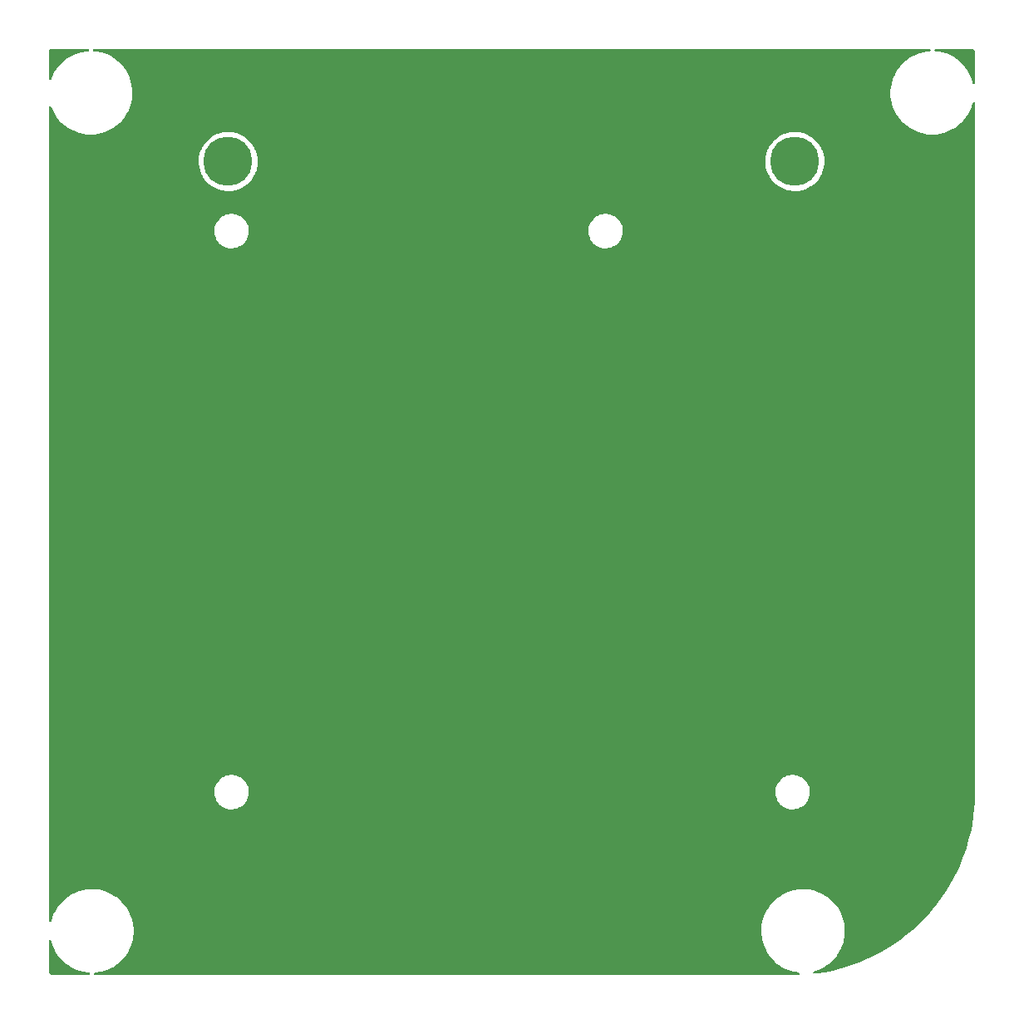
<source format=gbl>
%TF.GenerationSoftware,KiCad,Pcbnew,(5.99.0-12610-g07e01e6297)*%
%TF.CreationDate,2021-10-01T22:51:38+01:00*%
%TF.ProjectId,Envoy-Backplate,456e766f-792d-4426-9163-6b706c617465,rev?*%
%TF.SameCoordinates,Original*%
%TF.FileFunction,Copper,L2,Bot*%
%TF.FilePolarity,Positive*%
%FSLAX46Y46*%
G04 Gerber Fmt 4.6, Leading zero omitted, Abs format (unit mm)*
G04 Created by KiCad (PCBNEW (5.99.0-12610-g07e01e6297)) date 2021-10-01 22:51:38*
%MOMM*%
%LPD*%
G01*
G04 APERTURE LIST*
%TA.AperFunction,ComponentPad*%
%ADD10C,5.000000*%
%TD*%
G04 APERTURE END LIST*
D10*
%TO.P,H5,1*%
%TO.N,N/C*%
X111599000Y-78294000D03*
%TD*%
%TO.P,H6,1*%
%TO.N,N/C*%
X169325000Y-78294000D03*
%TD*%
%TA.AperFunction,NonConductor*%
G36*
X97366900Y-66822002D02*
G01*
X97413393Y-66875658D01*
X97423497Y-66945932D01*
X97394003Y-67010512D01*
X97334277Y-67048896D01*
X97308665Y-67053612D01*
X97065730Y-67072732D01*
X96670840Y-67141651D01*
X96667969Y-67142437D01*
X96667962Y-67142438D01*
X96287053Y-67246643D01*
X96287043Y-67246646D01*
X96284189Y-67247427D01*
X96281425Y-67248471D01*
X96281414Y-67248475D01*
X95911981Y-67388072D01*
X95909208Y-67389120D01*
X95549225Y-67565474D01*
X95207437Y-67774922D01*
X94886876Y-68015606D01*
X94590389Y-68285389D01*
X94320606Y-68581876D01*
X94318824Y-68584249D01*
X94318821Y-68584253D01*
X94111139Y-68860860D01*
X94079922Y-68902437D01*
X93870474Y-69244225D01*
X93694120Y-69604208D01*
X93693073Y-69606978D01*
X93693072Y-69606981D01*
X93588866Y-69882756D01*
X93546076Y-69939409D01*
X93479450Y-69963934D01*
X93410142Y-69948546D01*
X93360155Y-69898129D01*
X93345000Y-69838218D01*
X93345000Y-67105329D01*
X93346500Y-67085944D01*
X93348805Y-67071142D01*
X93348805Y-67071140D01*
X93350186Y-67062271D01*
X93349022Y-67053371D01*
X93349132Y-67044395D01*
X93349950Y-67044405D01*
X93350241Y-67022914D01*
X93354310Y-66997222D01*
X93366492Y-66959730D01*
X93384451Y-66924483D01*
X93407623Y-66892590D01*
X93435590Y-66864623D01*
X93467483Y-66841451D01*
X93502730Y-66823492D01*
X93540221Y-66811310D01*
X93565059Y-66807376D01*
X93584768Y-66805946D01*
X93592731Y-66807186D01*
X93624253Y-66803064D01*
X93640590Y-66802000D01*
X97298779Y-66802000D01*
X97366900Y-66822002D01*
G37*
%TD.AperFunction*%
%TA.AperFunction,NonConductor*%
G36*
X187295057Y-66803500D02*
G01*
X187309858Y-66805805D01*
X187309861Y-66805805D01*
X187318730Y-66807186D01*
X187327633Y-66806022D01*
X187336608Y-66806131D01*
X187336605Y-66806339D01*
X187358029Y-66806348D01*
X187365838Y-66807376D01*
X187407164Y-66812817D01*
X187438934Y-66821330D01*
X187440558Y-66822002D01*
X187500174Y-66846696D01*
X187528659Y-66863142D01*
X187581247Y-66903494D01*
X187604506Y-66926753D01*
X187644858Y-66979341D01*
X187661304Y-67007826D01*
X187686670Y-67069064D01*
X187695183Y-67100836D01*
X187701170Y-67146309D01*
X187702239Y-67164294D01*
X187702196Y-67167858D01*
X187700814Y-67176730D01*
X187703274Y-67195539D01*
X187704936Y-67208251D01*
X187706000Y-67224589D01*
X187706000Y-70271654D01*
X187685998Y-70339775D01*
X187632342Y-70386268D01*
X187562068Y-70396372D01*
X187497488Y-70366878D01*
X187457481Y-70301068D01*
X187411568Y-70109824D01*
X187411566Y-70109817D01*
X187410876Y-70106943D01*
X187281031Y-69727697D01*
X187116071Y-69362353D01*
X186917462Y-69014154D01*
X186915759Y-69011731D01*
X186915754Y-69011723D01*
X186688678Y-68688625D01*
X186688674Y-68688620D01*
X186686967Y-68686191D01*
X186426630Y-68381376D01*
X186327579Y-68285389D01*
X186140901Y-68104485D01*
X186140892Y-68104477D01*
X186138762Y-68102413D01*
X185825920Y-67851779D01*
X185706551Y-67773368D01*
X185493355Y-67633324D01*
X185493348Y-67633320D01*
X185490879Y-67631698D01*
X185488268Y-67630316D01*
X185488262Y-67630312D01*
X185139237Y-67445514D01*
X185136614Y-67444125D01*
X184766269Y-67290723D01*
X184763446Y-67289855D01*
X184763439Y-67289852D01*
X184385968Y-67173727D01*
X184385966Y-67173727D01*
X184383130Y-67172854D01*
X184380227Y-67172253D01*
X184380220Y-67172251D01*
X183993519Y-67092169D01*
X183993509Y-67092167D01*
X183990600Y-67091565D01*
X183917462Y-67083490D01*
X183643448Y-67053239D01*
X183577934Y-67025883D01*
X183537610Y-66967449D01*
X183535278Y-66896491D01*
X183571680Y-66835536D01*
X183635258Y-66803939D01*
X183657275Y-66802000D01*
X187275672Y-66802000D01*
X187295057Y-66803500D01*
G37*
%TD.AperFunction*%
%TA.AperFunction,NonConductor*%
G36*
X183092900Y-66822002D02*
G01*
X183139393Y-66875658D01*
X183149497Y-66945932D01*
X183120003Y-67010512D01*
X183060277Y-67048896D01*
X183034665Y-67053612D01*
X182791730Y-67072732D01*
X182396840Y-67141651D01*
X182393969Y-67142437D01*
X182393962Y-67142438D01*
X182013053Y-67246643D01*
X182013043Y-67246646D01*
X182010189Y-67247427D01*
X182007425Y-67248471D01*
X182007414Y-67248475D01*
X181637981Y-67388072D01*
X181635208Y-67389120D01*
X181275225Y-67565474D01*
X180933437Y-67774922D01*
X180612876Y-68015606D01*
X180316389Y-68285389D01*
X180046606Y-68581876D01*
X180044824Y-68584249D01*
X180044821Y-68584253D01*
X179837139Y-68860860D01*
X179805922Y-68902437D01*
X179596474Y-69244225D01*
X179420120Y-69604208D01*
X179419073Y-69606978D01*
X179419072Y-69606981D01*
X179279475Y-69976414D01*
X179279471Y-69976425D01*
X179278427Y-69979189D01*
X179277646Y-69982043D01*
X179277643Y-69982053D01*
X179173438Y-70362962D01*
X179172651Y-70365840D01*
X179103732Y-70760730D01*
X179072280Y-71160353D01*
X179078577Y-71561162D01*
X179122565Y-71959600D01*
X179123167Y-71962509D01*
X179123169Y-71962519D01*
X179182828Y-72250601D01*
X179203854Y-72352130D01*
X179204727Y-72354966D01*
X179204727Y-72354968D01*
X179320851Y-72732433D01*
X179321723Y-72735269D01*
X179475125Y-73105614D01*
X179662698Y-73459879D01*
X179882779Y-73794920D01*
X180133413Y-74107762D01*
X180135477Y-74109892D01*
X180135485Y-74109901D01*
X180378227Y-74360391D01*
X180412376Y-74395630D01*
X180717191Y-74655967D01*
X180719620Y-74657674D01*
X180719625Y-74657678D01*
X181042723Y-74884754D01*
X181042731Y-74884759D01*
X181045154Y-74886462D01*
X181047728Y-74887930D01*
X181390777Y-75083602D01*
X181390782Y-75083605D01*
X181393353Y-75085071D01*
X181758697Y-75250031D01*
X182137943Y-75379876D01*
X182140817Y-75380566D01*
X182140824Y-75380568D01*
X182303352Y-75419587D01*
X182527726Y-75473454D01*
X182530658Y-75473871D01*
X182530667Y-75473873D01*
X182921648Y-75529518D01*
X182921651Y-75529518D01*
X182924586Y-75529936D01*
X182927551Y-75530076D01*
X182927553Y-75530076D01*
X183322031Y-75548679D01*
X183325000Y-75548819D01*
X183327969Y-75548679D01*
X183722447Y-75530076D01*
X183722449Y-75530076D01*
X183725414Y-75529936D01*
X183728349Y-75529518D01*
X183728352Y-75529518D01*
X184119333Y-75473873D01*
X184119342Y-75473871D01*
X184122274Y-75473454D01*
X184346648Y-75419587D01*
X184509176Y-75380568D01*
X184509183Y-75380566D01*
X184512057Y-75379876D01*
X184891303Y-75250031D01*
X185256647Y-75085071D01*
X185259218Y-75083605D01*
X185259223Y-75083602D01*
X185602272Y-74887930D01*
X185604846Y-74886462D01*
X185607269Y-74884759D01*
X185607277Y-74884754D01*
X185930375Y-74657678D01*
X185930380Y-74657674D01*
X185932809Y-74655967D01*
X186237624Y-74395630D01*
X186271773Y-74360391D01*
X186514515Y-74109901D01*
X186514523Y-74109892D01*
X186516587Y-74107762D01*
X186767221Y-73794920D01*
X186987302Y-73459879D01*
X187174875Y-73105614D01*
X187328277Y-72735269D01*
X187329150Y-72732433D01*
X187445273Y-72354968D01*
X187445273Y-72354966D01*
X187446146Y-72352130D01*
X187456618Y-72301563D01*
X187490019Y-72238913D01*
X187551988Y-72204267D01*
X187622850Y-72208624D01*
X187680108Y-72250601D01*
X187705583Y-72316870D01*
X187706000Y-72327114D01*
X187706000Y-142444672D01*
X187704500Y-142464056D01*
X187700814Y-142487730D01*
X187704114Y-142512965D01*
X187705144Y-142532116D01*
X187703216Y-142618041D01*
X187689098Y-143247126D01*
X187687266Y-143328739D01*
X187687013Y-143334380D01*
X187669744Y-143590524D01*
X187631034Y-144164657D01*
X187630527Y-144170288D01*
X187537358Y-144997191D01*
X187536602Y-145002772D01*
X187406423Y-145824696D01*
X187405415Y-145830250D01*
X187388456Y-145913078D01*
X187238498Y-146645466D01*
X187237244Y-146650962D01*
X187033916Y-147457892D01*
X187032412Y-147463343D01*
X186793082Y-148260348D01*
X186791334Y-148265725D01*
X186516502Y-149051150D01*
X186514515Y-149056444D01*
X186204718Y-149828757D01*
X186202500Y-149833946D01*
X186113941Y-150028917D01*
X185858363Y-150591590D01*
X185855910Y-150596685D01*
X185478116Y-151338146D01*
X185475436Y-151343125D01*
X185064778Y-152066855D01*
X185061878Y-152071709D01*
X184619152Y-152776302D01*
X184616037Y-152781021D01*
X184193568Y-153390821D01*
X184142159Y-153465025D01*
X184138841Y-153469593D01*
X183764490Y-153961253D01*
X183634713Y-154131697D01*
X183631187Y-154136117D01*
X183097905Y-154774886D01*
X183094185Y-154779144D01*
X182532761Y-155393367D01*
X182528853Y-155397454D01*
X181940454Y-155985853D01*
X181936367Y-155989761D01*
X181322144Y-156551185D01*
X181317886Y-156554905D01*
X180679117Y-157088187D01*
X180674698Y-157091712D01*
X180034192Y-157579396D01*
X180012600Y-157595836D01*
X180008032Y-157599154D01*
X179816326Y-157731968D01*
X179324021Y-158073037D01*
X179319302Y-158076152D01*
X178614709Y-158518878D01*
X178609856Y-158521778D01*
X178059144Y-158834262D01*
X177886125Y-158932436D01*
X177881150Y-158935114D01*
X177139671Y-159312917D01*
X177134604Y-159315356D01*
X176376946Y-159659500D01*
X176371766Y-159661714D01*
X176100567Y-159770500D01*
X175599444Y-159971515D01*
X175594150Y-159973502D01*
X175429722Y-160031038D01*
X174808716Y-160248337D01*
X174803357Y-160250079D01*
X174006343Y-160489412D01*
X174000895Y-160490915D01*
X173193962Y-160694244D01*
X173188483Y-160695494D01*
X172373250Y-160862415D01*
X172367705Y-160863421D01*
X171545772Y-160993602D01*
X171540208Y-160994356D01*
X171346219Y-161016213D01*
X171276287Y-161003963D01*
X171224079Y-160955851D01*
X171206171Y-160887150D01*
X171228248Y-160819673D01*
X171283301Y-160774844D01*
X171302698Y-160768486D01*
X171348176Y-160757568D01*
X171348183Y-160757566D01*
X171351057Y-160756876D01*
X171730303Y-160627031D01*
X172095647Y-160462071D01*
X172098218Y-160460605D01*
X172098223Y-160460602D01*
X172441272Y-160264930D01*
X172443846Y-160263462D01*
X172446269Y-160261759D01*
X172446277Y-160261754D01*
X172769375Y-160034678D01*
X172769380Y-160034674D01*
X172771809Y-160032967D01*
X173076624Y-159772630D01*
X173184105Y-159661718D01*
X173353515Y-159486901D01*
X173353523Y-159486892D01*
X173355587Y-159484762D01*
X173606221Y-159171920D01*
X173653389Y-159100113D01*
X173824676Y-158839355D01*
X173824680Y-158839348D01*
X173826302Y-158836879D01*
X174013875Y-158482614D01*
X174167277Y-158112269D01*
X174179347Y-158073037D01*
X174284273Y-157731968D01*
X174284273Y-157731966D01*
X174285146Y-157729130D01*
X174304434Y-157635993D01*
X174365831Y-157339519D01*
X174365833Y-157339509D01*
X174366435Y-157336600D01*
X174410423Y-156938162D01*
X174410500Y-156935709D01*
X174410501Y-156935696D01*
X174418741Y-156673468D01*
X174418819Y-156671000D01*
X174399936Y-156270586D01*
X174380613Y-156134815D01*
X174343873Y-155876667D01*
X174343871Y-155876658D01*
X174343454Y-155873726D01*
X174249876Y-155483943D01*
X174120031Y-155104697D01*
X173955071Y-154739353D01*
X173756462Y-154391154D01*
X173754759Y-154388731D01*
X173754754Y-154388723D01*
X173527678Y-154065625D01*
X173527674Y-154065620D01*
X173525967Y-154063191D01*
X173265630Y-153758376D01*
X173166579Y-153662389D01*
X172979901Y-153481485D01*
X172979892Y-153481477D01*
X172977762Y-153479413D01*
X172965514Y-153469600D01*
X172667240Y-153230638D01*
X172664920Y-153228779D01*
X172428167Y-153073261D01*
X172332355Y-153010324D01*
X172332348Y-153010320D01*
X172329879Y-153008698D01*
X172327268Y-153007316D01*
X172327262Y-153007312D01*
X171978237Y-152822514D01*
X171975614Y-152821125D01*
X171605269Y-152667723D01*
X171602446Y-152666855D01*
X171602439Y-152666852D01*
X171224968Y-152550727D01*
X171224966Y-152550727D01*
X171222130Y-152549854D01*
X171219227Y-152549253D01*
X171219220Y-152549251D01*
X170832519Y-152469169D01*
X170832509Y-152469167D01*
X170829600Y-152468565D01*
X170431162Y-152424577D01*
X170428181Y-152424530D01*
X170428178Y-152424530D01*
X170317935Y-152422798D01*
X170030353Y-152418280D01*
X170027409Y-152418512D01*
X170027399Y-152418512D01*
X169648993Y-152448295D01*
X169630730Y-152449732D01*
X169235840Y-152518651D01*
X169232969Y-152519437D01*
X169232962Y-152519438D01*
X168852053Y-152623643D01*
X168852043Y-152623646D01*
X168849189Y-152624427D01*
X168846425Y-152625471D01*
X168846414Y-152625475D01*
X168476981Y-152765072D01*
X168474208Y-152766120D01*
X168114225Y-152942474D01*
X167772437Y-153151922D01*
X167451876Y-153392606D01*
X167155389Y-153662389D01*
X166885606Y-153958876D01*
X166883824Y-153961249D01*
X166883821Y-153961253D01*
X166755848Y-154131697D01*
X166644922Y-154279437D01*
X166435474Y-154621225D01*
X166259120Y-154981208D01*
X166258073Y-154983978D01*
X166258072Y-154983981D01*
X166118475Y-155353414D01*
X166118471Y-155353425D01*
X166117427Y-155356189D01*
X166116646Y-155359043D01*
X166116643Y-155359053D01*
X166012438Y-155739962D01*
X166011651Y-155742840D01*
X165942732Y-156137730D01*
X165911280Y-156537353D01*
X165917577Y-156938162D01*
X165961565Y-157336600D01*
X165962167Y-157339509D01*
X165962169Y-157339519D01*
X166023566Y-157635993D01*
X166042854Y-157729130D01*
X166043727Y-157731966D01*
X166043727Y-157731968D01*
X166148654Y-158073037D01*
X166160723Y-158112269D01*
X166314125Y-158482614D01*
X166501698Y-158836879D01*
X166503320Y-158839348D01*
X166503324Y-158839355D01*
X166674611Y-159100113D01*
X166721779Y-159171920D01*
X166972413Y-159484762D01*
X166974477Y-159486892D01*
X166974485Y-159486901D01*
X167143895Y-159661718D01*
X167251376Y-159772630D01*
X167556191Y-160032967D01*
X167558620Y-160034674D01*
X167558625Y-160034678D01*
X167881723Y-160261754D01*
X167881731Y-160261759D01*
X167884154Y-160263462D01*
X167886728Y-160264930D01*
X168229777Y-160460602D01*
X168229782Y-160460605D01*
X168232353Y-160462071D01*
X168597697Y-160627031D01*
X168976943Y-160756876D01*
X168979817Y-160757566D01*
X168979824Y-160757568D01*
X169181327Y-160805944D01*
X169366726Y-160850454D01*
X169369658Y-160850871D01*
X169369667Y-160850873D01*
X169699138Y-160897764D01*
X169763761Y-160927165D01*
X169802229Y-160986836D01*
X169802331Y-161057833D01*
X169764032Y-161117614D01*
X169699493Y-161147199D01*
X169684217Y-161148474D01*
X169281283Y-161157518D01*
X169082766Y-161161973D01*
X169060554Y-161160505D01*
X169052144Y-161159195D01*
X169052138Y-161159195D01*
X169043270Y-161157814D01*
X169034368Y-161158978D01*
X169034365Y-161158978D01*
X169011749Y-161161936D01*
X168995411Y-161163000D01*
X98043203Y-161163000D01*
X97975082Y-161142998D01*
X97928589Y-161089342D01*
X97918485Y-161019068D01*
X97947979Y-160954488D01*
X98007705Y-160916104D01*
X98037268Y-160911140D01*
X98123447Y-160907076D01*
X98123449Y-160907076D01*
X98126414Y-160906936D01*
X98129349Y-160906518D01*
X98129352Y-160906518D01*
X98520333Y-160850873D01*
X98520342Y-160850871D01*
X98523274Y-160850454D01*
X98708673Y-160805944D01*
X98910176Y-160757568D01*
X98910183Y-160757566D01*
X98913057Y-160756876D01*
X99292303Y-160627031D01*
X99657647Y-160462071D01*
X99660218Y-160460605D01*
X99660223Y-160460602D01*
X100003272Y-160264930D01*
X100005846Y-160263462D01*
X100008269Y-160261759D01*
X100008277Y-160261754D01*
X100331375Y-160034678D01*
X100331380Y-160034674D01*
X100333809Y-160032967D01*
X100638624Y-159772630D01*
X100746105Y-159661718D01*
X100915515Y-159486901D01*
X100915523Y-159486892D01*
X100917587Y-159484762D01*
X101168221Y-159171920D01*
X101215389Y-159100113D01*
X101386676Y-158839355D01*
X101386680Y-158839348D01*
X101388302Y-158836879D01*
X101575875Y-158482614D01*
X101729277Y-158112269D01*
X101741347Y-158073037D01*
X101846273Y-157731968D01*
X101846273Y-157731966D01*
X101847146Y-157729130D01*
X101866434Y-157635993D01*
X101927831Y-157339519D01*
X101927833Y-157339509D01*
X101928435Y-157336600D01*
X101972423Y-156938162D01*
X101972500Y-156935709D01*
X101972501Y-156935696D01*
X101980741Y-156673468D01*
X101980819Y-156671000D01*
X101961936Y-156270586D01*
X101942613Y-156134815D01*
X101905873Y-155876667D01*
X101905871Y-155876658D01*
X101905454Y-155873726D01*
X101811876Y-155483943D01*
X101682031Y-155104697D01*
X101517071Y-154739353D01*
X101318462Y-154391154D01*
X101316759Y-154388731D01*
X101316754Y-154388723D01*
X101089678Y-154065625D01*
X101089674Y-154065620D01*
X101087967Y-154063191D01*
X100827630Y-153758376D01*
X100728579Y-153662389D01*
X100541901Y-153481485D01*
X100541892Y-153481477D01*
X100539762Y-153479413D01*
X100527514Y-153469600D01*
X100229240Y-153230638D01*
X100226920Y-153228779D01*
X99990167Y-153073261D01*
X99894355Y-153010324D01*
X99894348Y-153010320D01*
X99891879Y-153008698D01*
X99889268Y-153007316D01*
X99889262Y-153007312D01*
X99540237Y-152822514D01*
X99537614Y-152821125D01*
X99167269Y-152667723D01*
X99164446Y-152666855D01*
X99164439Y-152666852D01*
X98786968Y-152550727D01*
X98786966Y-152550727D01*
X98784130Y-152549854D01*
X98781227Y-152549253D01*
X98781220Y-152549251D01*
X98394519Y-152469169D01*
X98394509Y-152469167D01*
X98391600Y-152468565D01*
X97993162Y-152424577D01*
X97990181Y-152424530D01*
X97990178Y-152424530D01*
X97879935Y-152422798D01*
X97592353Y-152418280D01*
X97589409Y-152418512D01*
X97589399Y-152418512D01*
X97210993Y-152448295D01*
X97192730Y-152449732D01*
X96797840Y-152518651D01*
X96794969Y-152519437D01*
X96794962Y-152519438D01*
X96414053Y-152623643D01*
X96414043Y-152623646D01*
X96411189Y-152624427D01*
X96408425Y-152625471D01*
X96408414Y-152625475D01*
X96038981Y-152765072D01*
X96036208Y-152766120D01*
X95676225Y-152942474D01*
X95334437Y-153151922D01*
X95013876Y-153392606D01*
X94717389Y-153662389D01*
X94447606Y-153958876D01*
X94445824Y-153961249D01*
X94445821Y-153961253D01*
X94317848Y-154131697D01*
X94206922Y-154279437D01*
X93997474Y-154621225D01*
X93821120Y-154981208D01*
X93820073Y-154983978D01*
X93820072Y-154983981D01*
X93680475Y-155353414D01*
X93680471Y-155353425D01*
X93679427Y-155356189D01*
X93678646Y-155359043D01*
X93678643Y-155359053D01*
X93592534Y-155673816D01*
X93555266Y-155734244D01*
X93491244Y-155764931D01*
X93420794Y-155756133D01*
X93366285Y-155710645D01*
X93345000Y-155640568D01*
X93345000Y-142479589D01*
X110187673Y-142479589D01*
X110187897Y-142484255D01*
X110187897Y-142484261D01*
X110189734Y-142522497D01*
X110200213Y-142740658D01*
X110251204Y-142997006D01*
X110339526Y-143243002D01*
X110341742Y-143247126D01*
X110406253Y-143367187D01*
X110463237Y-143473241D01*
X110466032Y-143476984D01*
X110466034Y-143476987D01*
X110616830Y-143678927D01*
X110616835Y-143678933D01*
X110619622Y-143682665D01*
X110622931Y-143685945D01*
X110622936Y-143685951D01*
X110801926Y-143863385D01*
X110805243Y-143866673D01*
X110809005Y-143869431D01*
X110809008Y-143869434D01*
X111012250Y-144018457D01*
X111016024Y-144021224D01*
X111020167Y-144023404D01*
X111020169Y-144023405D01*
X111243184Y-144140739D01*
X111243189Y-144140741D01*
X111247334Y-144142922D01*
X111494090Y-144229094D01*
X111498683Y-144229966D01*
X111746285Y-144276974D01*
X111746288Y-144276974D01*
X111750874Y-144277845D01*
X111881458Y-144282976D01*
X112007375Y-144287924D01*
X112007381Y-144287924D01*
X112012043Y-144288107D01*
X112091477Y-144279407D01*
X112267207Y-144260162D01*
X112267212Y-144260161D01*
X112271860Y-144259652D01*
X112384616Y-144229966D01*
X112520094Y-144194298D01*
X112520096Y-144194297D01*
X112524617Y-144193107D01*
X112577730Y-144170288D01*
X112760472Y-144091775D01*
X112764762Y-144089932D01*
X112987019Y-143952396D01*
X112990582Y-143949379D01*
X112990587Y-143949376D01*
X113182939Y-143786537D01*
X113182940Y-143786536D01*
X113186505Y-143783518D01*
X113278229Y-143678927D01*
X113355757Y-143590524D01*
X113355761Y-143590519D01*
X113358839Y-143587009D01*
X113500233Y-143367187D01*
X113607583Y-143128879D01*
X113678530Y-142877322D01*
X113695332Y-142745246D01*
X113711116Y-142621171D01*
X113711116Y-142621167D01*
X113711514Y-142618041D01*
X113713931Y-142525750D01*
X113710501Y-142479589D01*
X167337673Y-142479589D01*
X167337897Y-142484255D01*
X167337897Y-142484261D01*
X167339734Y-142522497D01*
X167350213Y-142740658D01*
X167401204Y-142997006D01*
X167489526Y-143243002D01*
X167491742Y-143247126D01*
X167556253Y-143367187D01*
X167613237Y-143473241D01*
X167616032Y-143476984D01*
X167616034Y-143476987D01*
X167766830Y-143678927D01*
X167766835Y-143678933D01*
X167769622Y-143682665D01*
X167772931Y-143685945D01*
X167772936Y-143685951D01*
X167951926Y-143863385D01*
X167955243Y-143866673D01*
X167959005Y-143869431D01*
X167959008Y-143869434D01*
X168162250Y-144018457D01*
X168166024Y-144021224D01*
X168170167Y-144023404D01*
X168170169Y-144023405D01*
X168393184Y-144140739D01*
X168393189Y-144140741D01*
X168397334Y-144142922D01*
X168644090Y-144229094D01*
X168648683Y-144229966D01*
X168896285Y-144276974D01*
X168896288Y-144276974D01*
X168900874Y-144277845D01*
X169031458Y-144282976D01*
X169157375Y-144287924D01*
X169157381Y-144287924D01*
X169162043Y-144288107D01*
X169241477Y-144279407D01*
X169417207Y-144260162D01*
X169417212Y-144260161D01*
X169421860Y-144259652D01*
X169534616Y-144229966D01*
X169670094Y-144194298D01*
X169670096Y-144194297D01*
X169674617Y-144193107D01*
X169727730Y-144170288D01*
X169910472Y-144091775D01*
X169914762Y-144089932D01*
X170137019Y-143952396D01*
X170140582Y-143949379D01*
X170140587Y-143949376D01*
X170332939Y-143786537D01*
X170332940Y-143786536D01*
X170336505Y-143783518D01*
X170428229Y-143678927D01*
X170505757Y-143590524D01*
X170505761Y-143590519D01*
X170508839Y-143587009D01*
X170650233Y-143367187D01*
X170757583Y-143128879D01*
X170828530Y-142877322D01*
X170845332Y-142745246D01*
X170861116Y-142621171D01*
X170861116Y-142621167D01*
X170861514Y-142618041D01*
X170863931Y-142525750D01*
X170858861Y-142457523D01*
X170844907Y-142269750D01*
X170844906Y-142269746D01*
X170844561Y-142265098D01*
X170833225Y-142214998D01*
X170787908Y-142014730D01*
X170786877Y-142010173D01*
X170692147Y-141766573D01*
X170562451Y-141539652D01*
X170400638Y-141334393D01*
X170210263Y-141155307D01*
X169995509Y-141006326D01*
X169991316Y-141004258D01*
X169765281Y-140892790D01*
X169765278Y-140892789D01*
X169761093Y-140890725D01*
X169714949Y-140875954D01*
X169516623Y-140812470D01*
X169512165Y-140811043D01*
X169254193Y-140769029D01*
X169140442Y-140767540D01*
X168997522Y-140765669D01*
X168997519Y-140765669D01*
X168992845Y-140765608D01*
X168733862Y-140800854D01*
X168482933Y-140873993D01*
X168478680Y-140875953D01*
X168478679Y-140875954D01*
X168442159Y-140892790D01*
X168245572Y-140983418D01*
X168206567Y-141008991D01*
X168030904Y-141124160D01*
X168030899Y-141124164D01*
X168026991Y-141126726D01*
X167831994Y-141300768D01*
X167664863Y-141501720D01*
X167529271Y-141725169D01*
X167428197Y-141966205D01*
X167363859Y-142219533D01*
X167337673Y-142479589D01*
X113710501Y-142479589D01*
X113708861Y-142457523D01*
X113694907Y-142269750D01*
X113694906Y-142269746D01*
X113694561Y-142265098D01*
X113683225Y-142214998D01*
X113637908Y-142014730D01*
X113636877Y-142010173D01*
X113542147Y-141766573D01*
X113412451Y-141539652D01*
X113250638Y-141334393D01*
X113060263Y-141155307D01*
X112845509Y-141006326D01*
X112841316Y-141004258D01*
X112615281Y-140892790D01*
X112615278Y-140892789D01*
X112611093Y-140890725D01*
X112564949Y-140875954D01*
X112366623Y-140812470D01*
X112362165Y-140811043D01*
X112104193Y-140769029D01*
X111990442Y-140767540D01*
X111847522Y-140765669D01*
X111847519Y-140765669D01*
X111842845Y-140765608D01*
X111583862Y-140800854D01*
X111332933Y-140873993D01*
X111328680Y-140875953D01*
X111328679Y-140875954D01*
X111292159Y-140892790D01*
X111095572Y-140983418D01*
X111056567Y-141008991D01*
X110880904Y-141124160D01*
X110880899Y-141124164D01*
X110876991Y-141126726D01*
X110681994Y-141300768D01*
X110514863Y-141501720D01*
X110379271Y-141725169D01*
X110278197Y-141966205D01*
X110213859Y-142219533D01*
X110187673Y-142479589D01*
X93345000Y-142479589D01*
X93345000Y-85329589D01*
X110187673Y-85329589D01*
X110200213Y-85590658D01*
X110251204Y-85847006D01*
X110339526Y-86093002D01*
X110341742Y-86097126D01*
X110406253Y-86217187D01*
X110463237Y-86323241D01*
X110466032Y-86326984D01*
X110466034Y-86326987D01*
X110616830Y-86528927D01*
X110616835Y-86528933D01*
X110619622Y-86532665D01*
X110622931Y-86535945D01*
X110622936Y-86535951D01*
X110801926Y-86713385D01*
X110805243Y-86716673D01*
X110809005Y-86719431D01*
X110809008Y-86719434D01*
X111012250Y-86868457D01*
X111016024Y-86871224D01*
X111020167Y-86873404D01*
X111020169Y-86873405D01*
X111243184Y-86990739D01*
X111243189Y-86990741D01*
X111247334Y-86992922D01*
X111494090Y-87079094D01*
X111498683Y-87079966D01*
X111746285Y-87126974D01*
X111746288Y-87126974D01*
X111750874Y-87127845D01*
X111881459Y-87132976D01*
X112007375Y-87137924D01*
X112007381Y-87137924D01*
X112012043Y-87138107D01*
X112091477Y-87129407D01*
X112267207Y-87110162D01*
X112267212Y-87110161D01*
X112271860Y-87109652D01*
X112384616Y-87079966D01*
X112520094Y-87044298D01*
X112520096Y-87044297D01*
X112524617Y-87043107D01*
X112764762Y-86939932D01*
X112987019Y-86802396D01*
X112990582Y-86799379D01*
X112990587Y-86799376D01*
X113182939Y-86636537D01*
X113182940Y-86636536D01*
X113186505Y-86633518D01*
X113278229Y-86528927D01*
X113355757Y-86440524D01*
X113355761Y-86440519D01*
X113358839Y-86437009D01*
X113500233Y-86217187D01*
X113607583Y-85978879D01*
X113678530Y-85727322D01*
X113695332Y-85595246D01*
X113711116Y-85471171D01*
X113711116Y-85471167D01*
X113711514Y-85468041D01*
X113713931Y-85375750D01*
X113710501Y-85329589D01*
X148287673Y-85329589D01*
X148300213Y-85590658D01*
X148351204Y-85847006D01*
X148439526Y-86093002D01*
X148441742Y-86097126D01*
X148506253Y-86217187D01*
X148563237Y-86323241D01*
X148566032Y-86326984D01*
X148566034Y-86326987D01*
X148716830Y-86528927D01*
X148716835Y-86528933D01*
X148719622Y-86532665D01*
X148722931Y-86535945D01*
X148722936Y-86535951D01*
X148901926Y-86713385D01*
X148905243Y-86716673D01*
X148909005Y-86719431D01*
X148909008Y-86719434D01*
X149112250Y-86868457D01*
X149116024Y-86871224D01*
X149120167Y-86873404D01*
X149120169Y-86873405D01*
X149343184Y-86990739D01*
X149343189Y-86990741D01*
X149347334Y-86992922D01*
X149594090Y-87079094D01*
X149598683Y-87079966D01*
X149846285Y-87126974D01*
X149846288Y-87126974D01*
X149850874Y-87127845D01*
X149981459Y-87132976D01*
X150107375Y-87137924D01*
X150107381Y-87137924D01*
X150112043Y-87138107D01*
X150191477Y-87129407D01*
X150367207Y-87110162D01*
X150367212Y-87110161D01*
X150371860Y-87109652D01*
X150484616Y-87079966D01*
X150620094Y-87044298D01*
X150620096Y-87044297D01*
X150624617Y-87043107D01*
X150864762Y-86939932D01*
X151087019Y-86802396D01*
X151090582Y-86799379D01*
X151090587Y-86799376D01*
X151282939Y-86636537D01*
X151282940Y-86636536D01*
X151286505Y-86633518D01*
X151378229Y-86528927D01*
X151455757Y-86440524D01*
X151455761Y-86440519D01*
X151458839Y-86437009D01*
X151600233Y-86217187D01*
X151707583Y-85978879D01*
X151778530Y-85727322D01*
X151795332Y-85595246D01*
X151811116Y-85471171D01*
X151811116Y-85471167D01*
X151811514Y-85468041D01*
X151813931Y-85375750D01*
X151794561Y-85115098D01*
X151783225Y-85064998D01*
X151737908Y-84864730D01*
X151736877Y-84860173D01*
X151642147Y-84616573D01*
X151512451Y-84389652D01*
X151350638Y-84184393D01*
X151160263Y-84005307D01*
X150945509Y-83856326D01*
X150941316Y-83854258D01*
X150715281Y-83742790D01*
X150715278Y-83742789D01*
X150711093Y-83740725D01*
X150664949Y-83725954D01*
X150466623Y-83662470D01*
X150462165Y-83661043D01*
X150204193Y-83619029D01*
X150090442Y-83617540D01*
X149947522Y-83615669D01*
X149947519Y-83615669D01*
X149942845Y-83615608D01*
X149683862Y-83650854D01*
X149432933Y-83723993D01*
X149428680Y-83725953D01*
X149428679Y-83725954D01*
X149392159Y-83742790D01*
X149195572Y-83833418D01*
X149156567Y-83858991D01*
X148980904Y-83974160D01*
X148980899Y-83974164D01*
X148976991Y-83976726D01*
X148781994Y-84150768D01*
X148614863Y-84351720D01*
X148479271Y-84575169D01*
X148378197Y-84816205D01*
X148313859Y-85069533D01*
X148287673Y-85329589D01*
X113710501Y-85329589D01*
X113694561Y-85115098D01*
X113683225Y-85064998D01*
X113637908Y-84864730D01*
X113636877Y-84860173D01*
X113542147Y-84616573D01*
X113412451Y-84389652D01*
X113250638Y-84184393D01*
X113060263Y-84005307D01*
X112845509Y-83856326D01*
X112841316Y-83854258D01*
X112615281Y-83742790D01*
X112615278Y-83742789D01*
X112611093Y-83740725D01*
X112564949Y-83725954D01*
X112366623Y-83662470D01*
X112362165Y-83661043D01*
X112104193Y-83619029D01*
X111990442Y-83617540D01*
X111847522Y-83615669D01*
X111847519Y-83615669D01*
X111842845Y-83615608D01*
X111583862Y-83650854D01*
X111332933Y-83723993D01*
X111328680Y-83725953D01*
X111328679Y-83725954D01*
X111292159Y-83742790D01*
X111095572Y-83833418D01*
X111056567Y-83858991D01*
X110880904Y-83974160D01*
X110880899Y-83974164D01*
X110876991Y-83976726D01*
X110681994Y-84150768D01*
X110514863Y-84351720D01*
X110379271Y-84575169D01*
X110278197Y-84816205D01*
X110213859Y-85069533D01*
X110187673Y-85329589D01*
X93345000Y-85329589D01*
X93345000Y-78199341D01*
X108586888Y-78199341D01*
X108586983Y-78202971D01*
X108586983Y-78202972D01*
X108589367Y-78294000D01*
X108595970Y-78546171D01*
X108644856Y-78889660D01*
X108732897Y-79225253D01*
X108858927Y-79548503D01*
X108860624Y-79551708D01*
X108994113Y-79803825D01*
X109021275Y-79855126D01*
X109023325Y-79858109D01*
X109023327Y-79858112D01*
X109215733Y-80138064D01*
X109215739Y-80138071D01*
X109217790Y-80141056D01*
X109445866Y-80402505D01*
X109448551Y-80404948D01*
X109658268Y-80595775D01*
X109702481Y-80636006D01*
X109984233Y-80838466D01*
X110287388Y-81007200D01*
X110607928Y-81139972D01*
X110611422Y-81140967D01*
X110611424Y-81140968D01*
X110938103Y-81234025D01*
X110938108Y-81234026D01*
X110941604Y-81235022D01*
X111138304Y-81267233D01*
X111280412Y-81290504D01*
X111280419Y-81290505D01*
X111283993Y-81291090D01*
X111457276Y-81299262D01*
X111626931Y-81307263D01*
X111626932Y-81307263D01*
X111630558Y-81307434D01*
X111639415Y-81306830D01*
X111973073Y-81284084D01*
X111973081Y-81284083D01*
X111976704Y-81283836D01*
X111980279Y-81283173D01*
X111980282Y-81283173D01*
X112314279Y-81221270D01*
X112314283Y-81221269D01*
X112317844Y-81220609D01*
X112649456Y-81118592D01*
X112967145Y-80979136D01*
X113211511Y-80836341D01*
X113263560Y-80805926D01*
X113263562Y-80805925D01*
X113266700Y-80804091D01*
X113269609Y-80801907D01*
X113541244Y-80597958D01*
X113541248Y-80597955D01*
X113544151Y-80595775D01*
X113795819Y-80356950D01*
X114018370Y-80090783D01*
X114208853Y-79800799D01*
X114337446Y-79545121D01*
X114363117Y-79494080D01*
X114363120Y-79494072D01*
X114364744Y-79490844D01*
X114483977Y-79165026D01*
X114484822Y-79161504D01*
X114484825Y-79161496D01*
X114564124Y-78831191D01*
X114564125Y-78831187D01*
X114564971Y-78827662D01*
X114599035Y-78546171D01*
X114606316Y-78486004D01*
X114606316Y-78485997D01*
X114606652Y-78483225D01*
X114612599Y-78294000D01*
X114612438Y-78291204D01*
X114607141Y-78199341D01*
X166312888Y-78199341D01*
X166312983Y-78202971D01*
X166312983Y-78202972D01*
X166315367Y-78294000D01*
X166321970Y-78546171D01*
X166370856Y-78889660D01*
X166458897Y-79225253D01*
X166584927Y-79548503D01*
X166586624Y-79551708D01*
X166720113Y-79803825D01*
X166747275Y-79855126D01*
X166749325Y-79858109D01*
X166749327Y-79858112D01*
X166941733Y-80138064D01*
X166941739Y-80138071D01*
X166943790Y-80141056D01*
X167171866Y-80402505D01*
X167174551Y-80404948D01*
X167384268Y-80595775D01*
X167428481Y-80636006D01*
X167710233Y-80838466D01*
X168013388Y-81007200D01*
X168333928Y-81139972D01*
X168337422Y-81140967D01*
X168337424Y-81140968D01*
X168664103Y-81234025D01*
X168664108Y-81234026D01*
X168667604Y-81235022D01*
X168864304Y-81267233D01*
X169006412Y-81290504D01*
X169006419Y-81290505D01*
X169009993Y-81291090D01*
X169183276Y-81299262D01*
X169352931Y-81307263D01*
X169352932Y-81307263D01*
X169356558Y-81307434D01*
X169365415Y-81306830D01*
X169699073Y-81284084D01*
X169699081Y-81284083D01*
X169702704Y-81283836D01*
X169706279Y-81283173D01*
X169706282Y-81283173D01*
X170040279Y-81221270D01*
X170040283Y-81221269D01*
X170043844Y-81220609D01*
X170375456Y-81118592D01*
X170693145Y-80979136D01*
X170937511Y-80836341D01*
X170989560Y-80805926D01*
X170989562Y-80805925D01*
X170992700Y-80804091D01*
X170995609Y-80801907D01*
X171267244Y-80597958D01*
X171267248Y-80597955D01*
X171270151Y-80595775D01*
X171521819Y-80356950D01*
X171744370Y-80090783D01*
X171934853Y-79800799D01*
X172063446Y-79545121D01*
X172089117Y-79494080D01*
X172089120Y-79494072D01*
X172090744Y-79490844D01*
X172209977Y-79165026D01*
X172210822Y-79161504D01*
X172210825Y-79161496D01*
X172290124Y-78831191D01*
X172290125Y-78831187D01*
X172290971Y-78827662D01*
X172325035Y-78546171D01*
X172332316Y-78486004D01*
X172332316Y-78485997D01*
X172332652Y-78483225D01*
X172338599Y-78294000D01*
X172338438Y-78291204D01*
X172318836Y-77951246D01*
X172318835Y-77951241D01*
X172318627Y-77947626D01*
X172258976Y-77605842D01*
X172160437Y-77273180D01*
X172024316Y-76954048D01*
X171974569Y-76866831D01*
X171854208Y-76655816D01*
X171852417Y-76652676D01*
X171647018Y-76373060D01*
X171410842Y-76118904D01*
X171147019Y-75893578D01*
X170859047Y-75700069D01*
X170550741Y-75540940D01*
X170226189Y-75418302D01*
X170222668Y-75417418D01*
X170222663Y-75417416D01*
X170061378Y-75376904D01*
X169889692Y-75333780D01*
X169867476Y-75330855D01*
X169549315Y-75288968D01*
X169549307Y-75288967D01*
X169545711Y-75288494D01*
X169401045Y-75286221D01*
X169202446Y-75283101D01*
X169202442Y-75283101D01*
X169198804Y-75283044D01*
X169195190Y-75283405D01*
X169195184Y-75283405D01*
X168951843Y-75307694D01*
X168853569Y-75317503D01*
X168514583Y-75391414D01*
X168511156Y-75392587D01*
X168511150Y-75392589D01*
X168273740Y-75473873D01*
X168186339Y-75503797D01*
X167873188Y-75653163D01*
X167579279Y-75837532D01*
X167576443Y-75839804D01*
X167576436Y-75839809D01*
X167332384Y-76035332D01*
X167308509Y-76054459D01*
X167064466Y-76301071D01*
X167062225Y-76303929D01*
X167005732Y-76375978D01*
X166850386Y-76574098D01*
X166848493Y-76577187D01*
X166848491Y-76577190D01*
X166802233Y-76652676D01*
X166669105Y-76869921D01*
X166667580Y-76873206D01*
X166667578Y-76873210D01*
X166628505Y-76957386D01*
X166523027Y-77184620D01*
X166414087Y-77514023D01*
X166343730Y-77853764D01*
X166312888Y-78199341D01*
X114607141Y-78199341D01*
X114592836Y-77951246D01*
X114592835Y-77951241D01*
X114592627Y-77947626D01*
X114532976Y-77605842D01*
X114434437Y-77273180D01*
X114298316Y-76954048D01*
X114248569Y-76866831D01*
X114128208Y-76655816D01*
X114126417Y-76652676D01*
X113921018Y-76373060D01*
X113684842Y-76118904D01*
X113421019Y-75893578D01*
X113133047Y-75700069D01*
X112824741Y-75540940D01*
X112500189Y-75418302D01*
X112496668Y-75417418D01*
X112496663Y-75417416D01*
X112335378Y-75376904D01*
X112163692Y-75333780D01*
X112141476Y-75330855D01*
X111823315Y-75288968D01*
X111823307Y-75288967D01*
X111819711Y-75288494D01*
X111675045Y-75286221D01*
X111476446Y-75283101D01*
X111476442Y-75283101D01*
X111472804Y-75283044D01*
X111469190Y-75283405D01*
X111469184Y-75283405D01*
X111225843Y-75307694D01*
X111127569Y-75317503D01*
X110788583Y-75391414D01*
X110785156Y-75392587D01*
X110785150Y-75392589D01*
X110547740Y-75473873D01*
X110460339Y-75503797D01*
X110147188Y-75653163D01*
X109853279Y-75837532D01*
X109850443Y-75839804D01*
X109850436Y-75839809D01*
X109606384Y-76035332D01*
X109582509Y-76054459D01*
X109338466Y-76301071D01*
X109336225Y-76303929D01*
X109279732Y-76375978D01*
X109124386Y-76574098D01*
X109122493Y-76577187D01*
X109122491Y-76577190D01*
X109076233Y-76652676D01*
X108943105Y-76869921D01*
X108941580Y-76873206D01*
X108941578Y-76873210D01*
X108902505Y-76957386D01*
X108797027Y-77184620D01*
X108688087Y-77514023D01*
X108617730Y-77853764D01*
X108586888Y-78199341D01*
X93345000Y-78199341D01*
X93345000Y-72758363D01*
X93365002Y-72690242D01*
X93418658Y-72643749D01*
X93488932Y-72633645D01*
X93553512Y-72663139D01*
X93591430Y-72721315D01*
X93594850Y-72732433D01*
X93594852Y-72732439D01*
X93595723Y-72735269D01*
X93749125Y-73105614D01*
X93936698Y-73459879D01*
X94156779Y-73794920D01*
X94407413Y-74107762D01*
X94409477Y-74109892D01*
X94409485Y-74109901D01*
X94652227Y-74360391D01*
X94686376Y-74395630D01*
X94991191Y-74655967D01*
X94993620Y-74657674D01*
X94993625Y-74657678D01*
X95316723Y-74884754D01*
X95316731Y-74884759D01*
X95319154Y-74886462D01*
X95321728Y-74887930D01*
X95664777Y-75083602D01*
X95664782Y-75083605D01*
X95667353Y-75085071D01*
X96032697Y-75250031D01*
X96411943Y-75379876D01*
X96414817Y-75380566D01*
X96414824Y-75380568D01*
X96577352Y-75419587D01*
X96801726Y-75473454D01*
X96804658Y-75473871D01*
X96804667Y-75473873D01*
X97195648Y-75529518D01*
X97195651Y-75529518D01*
X97198586Y-75529936D01*
X97201551Y-75530076D01*
X97201553Y-75530076D01*
X97596031Y-75548679D01*
X97599000Y-75548819D01*
X97601969Y-75548679D01*
X97996447Y-75530076D01*
X97996449Y-75530076D01*
X97999414Y-75529936D01*
X98002349Y-75529518D01*
X98002352Y-75529518D01*
X98393333Y-75473873D01*
X98393342Y-75473871D01*
X98396274Y-75473454D01*
X98620648Y-75419587D01*
X98783176Y-75380568D01*
X98783183Y-75380566D01*
X98786057Y-75379876D01*
X99165303Y-75250031D01*
X99530647Y-75085071D01*
X99533218Y-75083605D01*
X99533223Y-75083602D01*
X99876272Y-74887930D01*
X99878846Y-74886462D01*
X99881269Y-74884759D01*
X99881277Y-74884754D01*
X100204375Y-74657678D01*
X100204380Y-74657674D01*
X100206809Y-74655967D01*
X100511624Y-74395630D01*
X100545773Y-74360391D01*
X100788515Y-74109901D01*
X100788523Y-74109892D01*
X100790587Y-74107762D01*
X101041221Y-73794920D01*
X101261302Y-73459879D01*
X101448875Y-73105614D01*
X101602277Y-72735269D01*
X101603150Y-72732433D01*
X101719273Y-72354968D01*
X101719273Y-72354966D01*
X101720146Y-72352130D01*
X101741172Y-72250601D01*
X101800831Y-71962519D01*
X101800833Y-71962509D01*
X101801435Y-71959600D01*
X101845423Y-71561162D01*
X101845500Y-71558709D01*
X101845501Y-71558696D01*
X101853741Y-71296468D01*
X101853819Y-71294000D01*
X101834936Y-70893586D01*
X101778454Y-70496726D01*
X101684876Y-70106943D01*
X101555031Y-69727697D01*
X101390071Y-69362353D01*
X101191462Y-69014154D01*
X101189759Y-69011731D01*
X101189754Y-69011723D01*
X100962678Y-68688625D01*
X100962674Y-68688620D01*
X100960967Y-68686191D01*
X100700630Y-68381376D01*
X100601579Y-68285389D01*
X100414901Y-68104485D01*
X100414892Y-68104477D01*
X100412762Y-68102413D01*
X100099920Y-67851779D01*
X99980551Y-67773368D01*
X99767355Y-67633324D01*
X99767348Y-67633320D01*
X99764879Y-67631698D01*
X99762268Y-67630316D01*
X99762262Y-67630312D01*
X99413237Y-67445514D01*
X99410614Y-67444125D01*
X99040269Y-67290723D01*
X99037446Y-67289855D01*
X99037439Y-67289852D01*
X98659968Y-67173727D01*
X98659966Y-67173727D01*
X98657130Y-67172854D01*
X98654227Y-67172253D01*
X98654220Y-67172251D01*
X98267519Y-67092169D01*
X98267509Y-67092167D01*
X98264600Y-67091565D01*
X98191462Y-67083490D01*
X97917448Y-67053239D01*
X97851934Y-67025883D01*
X97811610Y-66967449D01*
X97809278Y-66896491D01*
X97845680Y-66835536D01*
X97909258Y-66803939D01*
X97931275Y-66802000D01*
X183024779Y-66802000D01*
X183092900Y-66822002D01*
G37*
%TD.AperFunction*%
%TA.AperFunction,NonConductor*%
G36*
X93553512Y-157608890D02*
G01*
X93591896Y-157668616D01*
X93594382Y-157678563D01*
X93604854Y-157729130D01*
X93605727Y-157731966D01*
X93605727Y-157731968D01*
X93710654Y-158073037D01*
X93722723Y-158112269D01*
X93876125Y-158482614D01*
X94063698Y-158836879D01*
X94065320Y-158839348D01*
X94065324Y-158839355D01*
X94236611Y-159100113D01*
X94283779Y-159171920D01*
X94534413Y-159484762D01*
X94536477Y-159486892D01*
X94536485Y-159486901D01*
X94705895Y-159661718D01*
X94813376Y-159772630D01*
X95118191Y-160032967D01*
X95120620Y-160034674D01*
X95120625Y-160034678D01*
X95443723Y-160261754D01*
X95443731Y-160261759D01*
X95446154Y-160263462D01*
X95448728Y-160264930D01*
X95791777Y-160460602D01*
X95791782Y-160460605D01*
X95794353Y-160462071D01*
X96159697Y-160627031D01*
X96538943Y-160756876D01*
X96541817Y-160757566D01*
X96541824Y-160757568D01*
X96743327Y-160805944D01*
X96928726Y-160850454D01*
X96931658Y-160850871D01*
X96931667Y-160850873D01*
X97322648Y-160906518D01*
X97322651Y-160906518D01*
X97325586Y-160906936D01*
X97328551Y-160907076D01*
X97328553Y-160907076D01*
X97414732Y-160911140D01*
X97481835Y-160934329D01*
X97525749Y-160990115D01*
X97532531Y-161060787D01*
X97500029Y-161123907D01*
X97438561Y-161159434D01*
X97408797Y-161163000D01*
X93775328Y-161163000D01*
X93755943Y-161161500D01*
X93741142Y-161159195D01*
X93741139Y-161159195D01*
X93732270Y-161157814D01*
X93723367Y-161158978D01*
X93714392Y-161158869D01*
X93714395Y-161158661D01*
X93692971Y-161158652D01*
X93678087Y-161156693D01*
X93643836Y-161152183D01*
X93612066Y-161143670D01*
X93581445Y-161130987D01*
X93550826Y-161118304D01*
X93522341Y-161101858D01*
X93469753Y-161061506D01*
X93446494Y-161038247D01*
X93406142Y-160985659D01*
X93389696Y-160957174D01*
X93370628Y-160911140D01*
X93364330Y-160895934D01*
X93355817Y-160864164D01*
X93350280Y-160822108D01*
X93349749Y-160796455D01*
X93350071Y-160794539D01*
X93350224Y-160782000D01*
X93346273Y-160754412D01*
X93345000Y-160736549D01*
X93345000Y-157704114D01*
X93365002Y-157635993D01*
X93418658Y-157589500D01*
X93488932Y-157579396D01*
X93553512Y-157608890D01*
G37*
%TD.AperFunction*%
M02*

</source>
